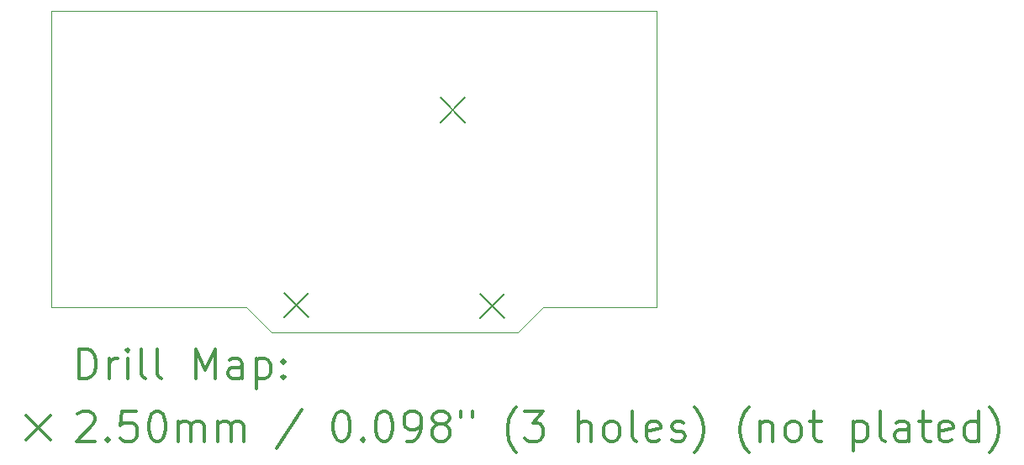
<source format=gbr>
%FSLAX45Y45*%
G04 Gerber Fmt 4.5, Leading zero omitted, Abs format (unit mm)*
G04 Created by KiCad (PCBNEW (5.1.2)-1) date 2019-07-04 14:52:44*
%MOMM*%
%LPD*%
G04 APERTURE LIST*
%ADD10C,0.050000*%
%ADD11C,0.200000*%
%ADD12C,0.300000*%
G04 APERTURE END LIST*
D10*
X15227300Y-6578600D02*
X15227300Y-9563100D01*
X9131300Y-9563100D02*
X9131300Y-6578600D01*
X11099800Y-9563100D02*
X9131300Y-9563100D01*
X11353800Y-9817100D02*
X11099800Y-9563100D01*
X13830300Y-9817100D02*
X11353800Y-9817100D01*
X14084300Y-9563100D02*
X13830300Y-9817100D01*
X15227300Y-9563100D02*
X14084300Y-9563100D01*
X9131300Y-6578600D02*
X15227300Y-6578600D01*
D11*
X13451300Y-9425400D02*
X13701300Y-9675400D01*
X13701300Y-9425400D02*
X13451300Y-9675400D01*
X13051250Y-7450550D02*
X13301250Y-7700550D01*
X13301250Y-7450550D02*
X13051250Y-7700550D01*
X11476450Y-9419050D02*
X11726450Y-9669050D01*
X11726450Y-9419050D02*
X11476450Y-9669050D01*
D12*
X9415228Y-10285314D02*
X9415228Y-9985314D01*
X9486657Y-9985314D01*
X9529514Y-9999600D01*
X9558086Y-10028172D01*
X9572371Y-10056743D01*
X9586657Y-10113886D01*
X9586657Y-10156743D01*
X9572371Y-10213886D01*
X9558086Y-10242457D01*
X9529514Y-10271029D01*
X9486657Y-10285314D01*
X9415228Y-10285314D01*
X9715228Y-10285314D02*
X9715228Y-10085314D01*
X9715228Y-10142457D02*
X9729514Y-10113886D01*
X9743800Y-10099600D01*
X9772371Y-10085314D01*
X9800943Y-10085314D01*
X9900943Y-10285314D02*
X9900943Y-10085314D01*
X9900943Y-9985314D02*
X9886657Y-9999600D01*
X9900943Y-10013886D01*
X9915228Y-9999600D01*
X9900943Y-9985314D01*
X9900943Y-10013886D01*
X10086657Y-10285314D02*
X10058086Y-10271029D01*
X10043800Y-10242457D01*
X10043800Y-9985314D01*
X10243800Y-10285314D02*
X10215228Y-10271029D01*
X10200943Y-10242457D01*
X10200943Y-9985314D01*
X10586657Y-10285314D02*
X10586657Y-9985314D01*
X10686657Y-10199600D01*
X10786657Y-9985314D01*
X10786657Y-10285314D01*
X11058086Y-10285314D02*
X11058086Y-10128172D01*
X11043800Y-10099600D01*
X11015228Y-10085314D01*
X10958086Y-10085314D01*
X10929514Y-10099600D01*
X11058086Y-10271029D02*
X11029514Y-10285314D01*
X10958086Y-10285314D01*
X10929514Y-10271029D01*
X10915228Y-10242457D01*
X10915228Y-10213886D01*
X10929514Y-10185314D01*
X10958086Y-10171029D01*
X11029514Y-10171029D01*
X11058086Y-10156743D01*
X11200943Y-10085314D02*
X11200943Y-10385314D01*
X11200943Y-10099600D02*
X11229514Y-10085314D01*
X11286657Y-10085314D01*
X11315228Y-10099600D01*
X11329514Y-10113886D01*
X11343800Y-10142457D01*
X11343800Y-10228172D01*
X11329514Y-10256743D01*
X11315228Y-10271029D01*
X11286657Y-10285314D01*
X11229514Y-10285314D01*
X11200943Y-10271029D01*
X11472371Y-10256743D02*
X11486657Y-10271029D01*
X11472371Y-10285314D01*
X11458086Y-10271029D01*
X11472371Y-10256743D01*
X11472371Y-10285314D01*
X11472371Y-10099600D02*
X11486657Y-10113886D01*
X11472371Y-10128172D01*
X11458086Y-10113886D01*
X11472371Y-10099600D01*
X11472371Y-10128172D01*
X8878800Y-10654600D02*
X9128800Y-10904600D01*
X9128800Y-10654600D02*
X8878800Y-10904600D01*
X9400943Y-10643886D02*
X9415228Y-10629600D01*
X9443800Y-10615314D01*
X9515228Y-10615314D01*
X9543800Y-10629600D01*
X9558086Y-10643886D01*
X9572371Y-10672457D01*
X9572371Y-10701029D01*
X9558086Y-10743886D01*
X9386657Y-10915314D01*
X9572371Y-10915314D01*
X9700943Y-10886743D02*
X9715228Y-10901029D01*
X9700943Y-10915314D01*
X9686657Y-10901029D01*
X9700943Y-10886743D01*
X9700943Y-10915314D01*
X9986657Y-10615314D02*
X9843800Y-10615314D01*
X9829514Y-10758172D01*
X9843800Y-10743886D01*
X9872371Y-10729600D01*
X9943800Y-10729600D01*
X9972371Y-10743886D01*
X9986657Y-10758172D01*
X10000943Y-10786743D01*
X10000943Y-10858172D01*
X9986657Y-10886743D01*
X9972371Y-10901029D01*
X9943800Y-10915314D01*
X9872371Y-10915314D01*
X9843800Y-10901029D01*
X9829514Y-10886743D01*
X10186657Y-10615314D02*
X10215228Y-10615314D01*
X10243800Y-10629600D01*
X10258086Y-10643886D01*
X10272371Y-10672457D01*
X10286657Y-10729600D01*
X10286657Y-10801029D01*
X10272371Y-10858172D01*
X10258086Y-10886743D01*
X10243800Y-10901029D01*
X10215228Y-10915314D01*
X10186657Y-10915314D01*
X10158086Y-10901029D01*
X10143800Y-10886743D01*
X10129514Y-10858172D01*
X10115228Y-10801029D01*
X10115228Y-10729600D01*
X10129514Y-10672457D01*
X10143800Y-10643886D01*
X10158086Y-10629600D01*
X10186657Y-10615314D01*
X10415228Y-10915314D02*
X10415228Y-10715314D01*
X10415228Y-10743886D02*
X10429514Y-10729600D01*
X10458086Y-10715314D01*
X10500943Y-10715314D01*
X10529514Y-10729600D01*
X10543800Y-10758172D01*
X10543800Y-10915314D01*
X10543800Y-10758172D02*
X10558086Y-10729600D01*
X10586657Y-10715314D01*
X10629514Y-10715314D01*
X10658086Y-10729600D01*
X10672371Y-10758172D01*
X10672371Y-10915314D01*
X10815228Y-10915314D02*
X10815228Y-10715314D01*
X10815228Y-10743886D02*
X10829514Y-10729600D01*
X10858086Y-10715314D01*
X10900943Y-10715314D01*
X10929514Y-10729600D01*
X10943800Y-10758172D01*
X10943800Y-10915314D01*
X10943800Y-10758172D02*
X10958086Y-10729600D01*
X10986657Y-10715314D01*
X11029514Y-10715314D01*
X11058086Y-10729600D01*
X11072371Y-10758172D01*
X11072371Y-10915314D01*
X11658086Y-10601029D02*
X11400943Y-10986743D01*
X12043800Y-10615314D02*
X12072371Y-10615314D01*
X12100943Y-10629600D01*
X12115228Y-10643886D01*
X12129514Y-10672457D01*
X12143800Y-10729600D01*
X12143800Y-10801029D01*
X12129514Y-10858172D01*
X12115228Y-10886743D01*
X12100943Y-10901029D01*
X12072371Y-10915314D01*
X12043800Y-10915314D01*
X12015228Y-10901029D01*
X12000943Y-10886743D01*
X11986657Y-10858172D01*
X11972371Y-10801029D01*
X11972371Y-10729600D01*
X11986657Y-10672457D01*
X12000943Y-10643886D01*
X12015228Y-10629600D01*
X12043800Y-10615314D01*
X12272371Y-10886743D02*
X12286657Y-10901029D01*
X12272371Y-10915314D01*
X12258086Y-10901029D01*
X12272371Y-10886743D01*
X12272371Y-10915314D01*
X12472371Y-10615314D02*
X12500943Y-10615314D01*
X12529514Y-10629600D01*
X12543800Y-10643886D01*
X12558086Y-10672457D01*
X12572371Y-10729600D01*
X12572371Y-10801029D01*
X12558086Y-10858172D01*
X12543800Y-10886743D01*
X12529514Y-10901029D01*
X12500943Y-10915314D01*
X12472371Y-10915314D01*
X12443800Y-10901029D01*
X12429514Y-10886743D01*
X12415228Y-10858172D01*
X12400943Y-10801029D01*
X12400943Y-10729600D01*
X12415228Y-10672457D01*
X12429514Y-10643886D01*
X12443800Y-10629600D01*
X12472371Y-10615314D01*
X12715228Y-10915314D02*
X12772371Y-10915314D01*
X12800943Y-10901029D01*
X12815228Y-10886743D01*
X12843800Y-10843886D01*
X12858086Y-10786743D01*
X12858086Y-10672457D01*
X12843800Y-10643886D01*
X12829514Y-10629600D01*
X12800943Y-10615314D01*
X12743800Y-10615314D01*
X12715228Y-10629600D01*
X12700943Y-10643886D01*
X12686657Y-10672457D01*
X12686657Y-10743886D01*
X12700943Y-10772457D01*
X12715228Y-10786743D01*
X12743800Y-10801029D01*
X12800943Y-10801029D01*
X12829514Y-10786743D01*
X12843800Y-10772457D01*
X12858086Y-10743886D01*
X13029514Y-10743886D02*
X13000943Y-10729600D01*
X12986657Y-10715314D01*
X12972371Y-10686743D01*
X12972371Y-10672457D01*
X12986657Y-10643886D01*
X13000943Y-10629600D01*
X13029514Y-10615314D01*
X13086657Y-10615314D01*
X13115228Y-10629600D01*
X13129514Y-10643886D01*
X13143800Y-10672457D01*
X13143800Y-10686743D01*
X13129514Y-10715314D01*
X13115228Y-10729600D01*
X13086657Y-10743886D01*
X13029514Y-10743886D01*
X13000943Y-10758172D01*
X12986657Y-10772457D01*
X12972371Y-10801029D01*
X12972371Y-10858172D01*
X12986657Y-10886743D01*
X13000943Y-10901029D01*
X13029514Y-10915314D01*
X13086657Y-10915314D01*
X13115228Y-10901029D01*
X13129514Y-10886743D01*
X13143800Y-10858172D01*
X13143800Y-10801029D01*
X13129514Y-10772457D01*
X13115228Y-10758172D01*
X13086657Y-10743886D01*
X13258086Y-10615314D02*
X13258086Y-10672457D01*
X13372371Y-10615314D02*
X13372371Y-10672457D01*
X13815228Y-11029600D02*
X13800943Y-11015314D01*
X13772371Y-10972457D01*
X13758086Y-10943886D01*
X13743800Y-10901029D01*
X13729514Y-10829600D01*
X13729514Y-10772457D01*
X13743800Y-10701029D01*
X13758086Y-10658172D01*
X13772371Y-10629600D01*
X13800943Y-10586743D01*
X13815228Y-10572457D01*
X13900943Y-10615314D02*
X14086657Y-10615314D01*
X13986657Y-10729600D01*
X14029514Y-10729600D01*
X14058086Y-10743886D01*
X14072371Y-10758172D01*
X14086657Y-10786743D01*
X14086657Y-10858172D01*
X14072371Y-10886743D01*
X14058086Y-10901029D01*
X14029514Y-10915314D01*
X13943800Y-10915314D01*
X13915228Y-10901029D01*
X13900943Y-10886743D01*
X14443800Y-10915314D02*
X14443800Y-10615314D01*
X14572371Y-10915314D02*
X14572371Y-10758172D01*
X14558086Y-10729600D01*
X14529514Y-10715314D01*
X14486657Y-10715314D01*
X14458086Y-10729600D01*
X14443800Y-10743886D01*
X14758086Y-10915314D02*
X14729514Y-10901029D01*
X14715228Y-10886743D01*
X14700943Y-10858172D01*
X14700943Y-10772457D01*
X14715228Y-10743886D01*
X14729514Y-10729600D01*
X14758086Y-10715314D01*
X14800943Y-10715314D01*
X14829514Y-10729600D01*
X14843800Y-10743886D01*
X14858086Y-10772457D01*
X14858086Y-10858172D01*
X14843800Y-10886743D01*
X14829514Y-10901029D01*
X14800943Y-10915314D01*
X14758086Y-10915314D01*
X15029514Y-10915314D02*
X15000943Y-10901029D01*
X14986657Y-10872457D01*
X14986657Y-10615314D01*
X15258086Y-10901029D02*
X15229514Y-10915314D01*
X15172371Y-10915314D01*
X15143800Y-10901029D01*
X15129514Y-10872457D01*
X15129514Y-10758172D01*
X15143800Y-10729600D01*
X15172371Y-10715314D01*
X15229514Y-10715314D01*
X15258086Y-10729600D01*
X15272371Y-10758172D01*
X15272371Y-10786743D01*
X15129514Y-10815314D01*
X15386657Y-10901029D02*
X15415228Y-10915314D01*
X15472371Y-10915314D01*
X15500943Y-10901029D01*
X15515228Y-10872457D01*
X15515228Y-10858172D01*
X15500943Y-10829600D01*
X15472371Y-10815314D01*
X15429514Y-10815314D01*
X15400943Y-10801029D01*
X15386657Y-10772457D01*
X15386657Y-10758172D01*
X15400943Y-10729600D01*
X15429514Y-10715314D01*
X15472371Y-10715314D01*
X15500943Y-10729600D01*
X15615228Y-11029600D02*
X15629514Y-11015314D01*
X15658086Y-10972457D01*
X15672371Y-10943886D01*
X15686657Y-10901029D01*
X15700943Y-10829600D01*
X15700943Y-10772457D01*
X15686657Y-10701029D01*
X15672371Y-10658172D01*
X15658086Y-10629600D01*
X15629514Y-10586743D01*
X15615228Y-10572457D01*
X16158086Y-11029600D02*
X16143800Y-11015314D01*
X16115228Y-10972457D01*
X16100943Y-10943886D01*
X16086657Y-10901029D01*
X16072371Y-10829600D01*
X16072371Y-10772457D01*
X16086657Y-10701029D01*
X16100943Y-10658172D01*
X16115228Y-10629600D01*
X16143800Y-10586743D01*
X16158086Y-10572457D01*
X16272371Y-10715314D02*
X16272371Y-10915314D01*
X16272371Y-10743886D02*
X16286657Y-10729600D01*
X16315228Y-10715314D01*
X16358086Y-10715314D01*
X16386657Y-10729600D01*
X16400943Y-10758172D01*
X16400943Y-10915314D01*
X16586657Y-10915314D02*
X16558086Y-10901029D01*
X16543800Y-10886743D01*
X16529514Y-10858172D01*
X16529514Y-10772457D01*
X16543800Y-10743886D01*
X16558086Y-10729600D01*
X16586657Y-10715314D01*
X16629514Y-10715314D01*
X16658086Y-10729600D01*
X16672371Y-10743886D01*
X16686657Y-10772457D01*
X16686657Y-10858172D01*
X16672371Y-10886743D01*
X16658086Y-10901029D01*
X16629514Y-10915314D01*
X16586657Y-10915314D01*
X16772371Y-10715314D02*
X16886657Y-10715314D01*
X16815228Y-10615314D02*
X16815228Y-10872457D01*
X16829514Y-10901029D01*
X16858086Y-10915314D01*
X16886657Y-10915314D01*
X17215228Y-10715314D02*
X17215228Y-11015314D01*
X17215228Y-10729600D02*
X17243800Y-10715314D01*
X17300943Y-10715314D01*
X17329514Y-10729600D01*
X17343800Y-10743886D01*
X17358086Y-10772457D01*
X17358086Y-10858172D01*
X17343800Y-10886743D01*
X17329514Y-10901029D01*
X17300943Y-10915314D01*
X17243800Y-10915314D01*
X17215228Y-10901029D01*
X17529514Y-10915314D02*
X17500943Y-10901029D01*
X17486657Y-10872457D01*
X17486657Y-10615314D01*
X17772371Y-10915314D02*
X17772371Y-10758172D01*
X17758086Y-10729600D01*
X17729514Y-10715314D01*
X17672371Y-10715314D01*
X17643800Y-10729600D01*
X17772371Y-10901029D02*
X17743800Y-10915314D01*
X17672371Y-10915314D01*
X17643800Y-10901029D01*
X17629514Y-10872457D01*
X17629514Y-10843886D01*
X17643800Y-10815314D01*
X17672371Y-10801029D01*
X17743800Y-10801029D01*
X17772371Y-10786743D01*
X17872371Y-10715314D02*
X17986657Y-10715314D01*
X17915228Y-10615314D02*
X17915228Y-10872457D01*
X17929514Y-10901029D01*
X17958086Y-10915314D01*
X17986657Y-10915314D01*
X18200943Y-10901029D02*
X18172371Y-10915314D01*
X18115228Y-10915314D01*
X18086657Y-10901029D01*
X18072371Y-10872457D01*
X18072371Y-10758172D01*
X18086657Y-10729600D01*
X18115228Y-10715314D01*
X18172371Y-10715314D01*
X18200943Y-10729600D01*
X18215228Y-10758172D01*
X18215228Y-10786743D01*
X18072371Y-10815314D01*
X18472371Y-10915314D02*
X18472371Y-10615314D01*
X18472371Y-10901029D02*
X18443800Y-10915314D01*
X18386657Y-10915314D01*
X18358086Y-10901029D01*
X18343800Y-10886743D01*
X18329514Y-10858172D01*
X18329514Y-10772457D01*
X18343800Y-10743886D01*
X18358086Y-10729600D01*
X18386657Y-10715314D01*
X18443800Y-10715314D01*
X18472371Y-10729600D01*
X18586657Y-11029600D02*
X18600943Y-11015314D01*
X18629514Y-10972457D01*
X18643800Y-10943886D01*
X18658086Y-10901029D01*
X18672371Y-10829600D01*
X18672371Y-10772457D01*
X18658086Y-10701029D01*
X18643800Y-10658172D01*
X18629514Y-10629600D01*
X18600943Y-10586743D01*
X18586657Y-10572457D01*
M02*

</source>
